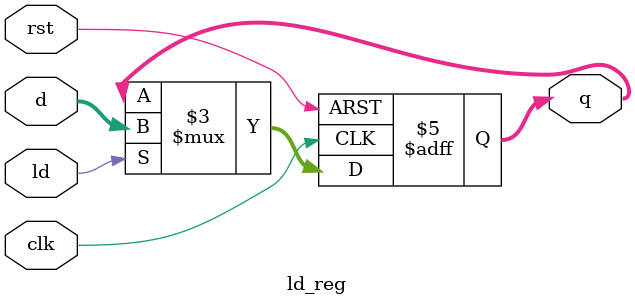
<source format=v>
`timescale 1ns / 1ps
module ld_reg(input clk, rst, ld, 
				  input [7:0] d,
				  output reg [7:0] q);
				  
	always @ (posedge clk, posedge rst)
		if (rst)
			q <= 7'b0; else
		if (ld)
			q <= d;//if load is high
		else
			q <= q;//default 
	
				  
				  


endmodule

</source>
